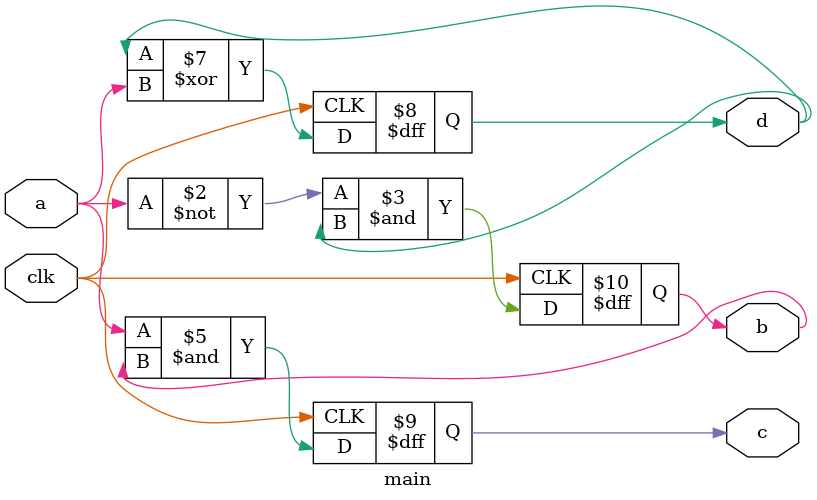
<source format=v>

module main (a, b, c, d, clk);
	input wire a, clk;
	output reg b, c, d;
	always @(posedge clk) b <= ~a & d;
	always @(negedge clk) c <= a & b;
	always @(negedge clk) d <= d ^ a;
endmodule
</source>
